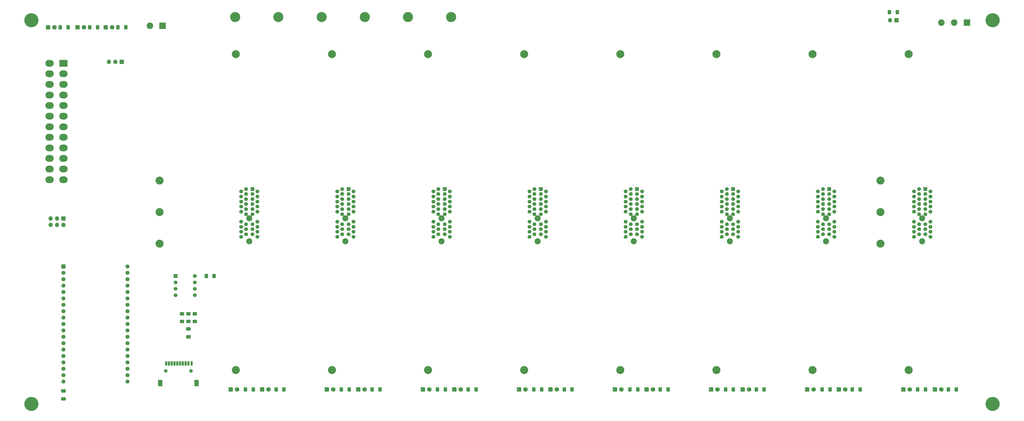
<source format=gbr>
%TF.GenerationSoftware,KiCad,Pcbnew,7.0.7*%
%TF.CreationDate,2024-11-29T17:58:44-06:00*%
%TF.ProjectId,updated_LOAF,75706461-7465-4645-9f4c-4f41462e6b69,rev?*%
%TF.SameCoordinates,PX2faf080PYee6b280*%
%TF.FileFunction,Soldermask,Top*%
%TF.FilePolarity,Negative*%
%FSLAX46Y46*%
G04 Gerber Fmt 4.6, Leading zero omitted, Abs format (unit mm)*
G04 Created by KiCad (PCBNEW 7.0.7) date 2024-11-29 17:58:44*
%MOMM*%
%LPD*%
G01*
G04 APERTURE LIST*
G04 Aperture macros list*
%AMRoundRect*
0 Rectangle with rounded corners*
0 $1 Rounding radius*
0 $2 $3 $4 $5 $6 $7 $8 $9 X,Y pos of 4 corners*
0 Add a 4 corners polygon primitive as box body*
4,1,4,$2,$3,$4,$5,$6,$7,$8,$9,$2,$3,0*
0 Add four circle primitives for the rounded corners*
1,1,$1+$1,$2,$3*
1,1,$1+$1,$4,$5*
1,1,$1+$1,$6,$7*
1,1,$1+$1,$8,$9*
0 Add four rect primitives between the rounded corners*
20,1,$1+$1,$2,$3,$4,$5,0*
20,1,$1+$1,$4,$5,$6,$7,0*
20,1,$1+$1,$6,$7,$8,$9,0*
20,1,$1+$1,$8,$9,$2,$3,0*%
G04 Aperture macros list end*
%ADD10R,1.700000X1.700000*%
%ADD11O,1.700000X1.700000*%
%ADD12R,1.800000X1.800000*%
%ADD13C,1.800000*%
%ADD14C,3.200000*%
%ADD15C,5.600000*%
%ADD16C,4.000000*%
%ADD17RoundRect,0.250000X0.400000X0.625000X-0.400000X0.625000X-0.400000X-0.625000X0.400000X-0.625000X0*%
%ADD18C,2.400000*%
%ADD19RoundRect,0.102000X-0.644000X0.644000X-0.644000X-0.644000X0.644000X-0.644000X0.644000X0.644000X0*%
%ADD20C,1.492000*%
%ADD21RoundRect,0.250001X-1.399999X1.099999X-1.399999X-1.099999X1.399999X-1.099999X1.399999X1.099999X0*%
%ADD22O,3.300000X2.700000*%
%ADD23RoundRect,0.250000X-0.400000X-0.625000X0.400000X-0.625000X0.400000X0.625000X-0.400000X0.625000X0*%
%ADD24RoundRect,0.102000X-0.704000X-0.704000X0.704000X-0.704000X0.704000X0.704000X-0.704000X0.704000X0*%
%ADD25C,1.612000*%
%ADD26RoundRect,0.250000X0.625000X-0.400000X0.625000X0.400000X-0.625000X0.400000X-0.625000X-0.400000X0*%
%ADD27C,1.400000*%
%ADD28RoundRect,0.102000X-0.300000X-0.750000X0.300000X-0.750000X0.300000X0.750000X-0.300000X0.750000X0*%
%ADD29RoundRect,0.102000X-0.750000X-1.170000X0.750000X-1.170000X0.750000X1.170000X-0.750000X1.170000X0*%
%ADD30RoundRect,0.250000X-0.650000X0.412500X-0.650000X-0.412500X0.650000X-0.412500X0.650000X0.412500X0*%
%ADD31R,2.600000X2.600000*%
%ADD32C,2.600000*%
%ADD33RoundRect,0.250000X-0.625000X0.400000X-0.625000X-0.400000X0.625000X-0.400000X0.625000X0.400000X0*%
%ADD34R,1.498600X1.498600*%
%ADD35C,1.498600*%
G04 APERTURE END LIST*
D10*
%TO.C,JP1*%
X311955000Y192850000D03*
D11*
X309415000Y192850000D03*
%TD*%
D12*
%TO.C,D11*%
X136685000Y46165000D03*
D13*
X139225000Y46165000D03*
%TD*%
D14*
%TO.C,H18*%
X240576000Y53912000D03*
%TD*%
D12*
%TO.C,D7*%
X276534426Y46165000D03*
D13*
X279074426Y46165000D03*
%TD*%
D15*
%TO.C,H3*%
X350050000Y40450000D03*
%TD*%
D14*
%TO.C,H20*%
X316776000Y53912000D03*
%TD*%
D16*
%TO.C,TP6*%
X135420000Y194120000D03*
%TD*%
D12*
%TO.C,D15*%
X289085000Y46165000D03*
D13*
X291625000Y46165000D03*
%TD*%
D17*
%TO.C,R21*%
X-16446000Y190056000D03*
X-19546000Y190056000D03*
%TD*%
%TO.C,R5*%
X56960000Y46165000D03*
X53860000Y46165000D03*
%TD*%
D14*
%TO.C,H9*%
X202476000Y179388000D03*
%TD*%
D16*
%TO.C,TP2*%
X66941600Y194120000D03*
%TD*%
D14*
%TO.C,H8*%
X164376000Y179388000D03*
%TD*%
%TO.C,H16*%
X164376000Y53912000D03*
%TD*%
D17*
%TO.C,R20*%
X335598000Y46165000D03*
X332498000Y46165000D03*
%TD*%
D10*
%TO.C,J11*%
X-18265000Y114115000D03*
D11*
X-18265000Y111575000D03*
X-20805000Y114115000D03*
X-20805000Y111575000D03*
X-23345000Y114115000D03*
X-23345000Y111575000D03*
%TD*%
D17*
%TO.C,R17*%
X221404712Y46165000D03*
X218304712Y46165000D03*
%TD*%
D16*
%TO.C,TP5*%
X118300400Y194120000D03*
%TD*%
D17*
%TO.C,R23*%
X6414000Y190056000D03*
X3314000Y190056000D03*
%TD*%
D12*
%TO.C,D16*%
X327185000Y46165000D03*
D13*
X329725000Y46165000D03*
%TD*%
D17*
%TO.C,R22*%
X-4762000Y190056000D03*
X-7862000Y190056000D03*
%TD*%
D18*
%TO.C,J5*%
X169707142Y114177657D03*
X169707142Y105027657D03*
D19*
X170957142Y125827657D03*
D20*
X172957142Y124827657D03*
X170957142Y123827657D03*
X172957142Y122827657D03*
X170957142Y121827657D03*
X172957142Y120827657D03*
X170957142Y119827657D03*
X172957142Y118827657D03*
X170957142Y117827657D03*
X172957142Y116827657D03*
X170957142Y115827657D03*
X172957142Y112827657D03*
X170957142Y111827657D03*
X172957142Y110827657D03*
X170957142Y109827657D03*
X172957142Y108827657D03*
X170957142Y107827657D03*
X172957142Y106827657D03*
X168457142Y125827657D03*
X166457142Y124827657D03*
X168457142Y123827657D03*
X166457142Y122827657D03*
X168457142Y121827657D03*
X166457142Y120827657D03*
X168457142Y119827657D03*
X166457142Y118827657D03*
X168457142Y117827657D03*
X166457142Y116827657D03*
X168457142Y115827657D03*
X166457142Y112827657D03*
X168457142Y111827657D03*
X166457142Y110827657D03*
X168457142Y109827657D03*
X166457142Y108827657D03*
X168457142Y107827657D03*
X166457142Y106827657D03*
%TD*%
D21*
%TO.C,J3*%
X-18250000Y175750000D03*
D22*
X-18250000Y171550000D03*
X-18250000Y167350000D03*
X-18250000Y163150000D03*
X-18250000Y158950000D03*
X-18250000Y154750000D03*
X-18250000Y150550000D03*
X-18250000Y146350000D03*
X-18250000Y142150000D03*
X-18250000Y137950000D03*
X-18250000Y133750000D03*
X-18250000Y129550000D03*
X-23750000Y175750000D03*
X-23750000Y171550000D03*
X-23750000Y167350000D03*
X-23750000Y163150000D03*
X-23750000Y158950000D03*
X-23750000Y154750000D03*
X-23750000Y150550000D03*
X-23750000Y146350000D03*
X-23750000Y142150000D03*
X-23750000Y137950000D03*
X-23750000Y133750000D03*
X-23750000Y129550000D03*
%TD*%
D12*
%TO.C,D14*%
X250985000Y46165000D03*
D13*
X253525000Y46165000D03*
%TD*%
D17*
%TO.C,R15*%
X145275856Y46165000D03*
X142175856Y46165000D03*
%TD*%
D14*
%TO.C,H17*%
X202476000Y53912000D03*
%TD*%
D17*
%TO.C,R13*%
X69147000Y46165000D03*
X66047000Y46165000D03*
%TD*%
D14*
%TO.C,H19*%
X278676000Y53912000D03*
%TD*%
D18*
%TO.C,J2*%
X93495714Y114177657D03*
X93495714Y105027657D03*
D19*
X94745714Y125827657D03*
D20*
X96745714Y124827657D03*
X94745714Y123827657D03*
X96745714Y122827657D03*
X94745714Y121827657D03*
X96745714Y120827657D03*
X94745714Y119827657D03*
X96745714Y118827657D03*
X94745714Y117827657D03*
X96745714Y116827657D03*
X94745714Y115827657D03*
X96745714Y112827657D03*
X94745714Y111827657D03*
X96745714Y110827657D03*
X94745714Y109827657D03*
X96745714Y108827657D03*
X94745714Y107827657D03*
X96745714Y106827657D03*
X92245714Y125827657D03*
X90245714Y124827657D03*
X92245714Y123827657D03*
X90245714Y122827657D03*
X92245714Y121827657D03*
X90245714Y120827657D03*
X92245714Y119827657D03*
X90245714Y118827657D03*
X92245714Y117827657D03*
X90245714Y116827657D03*
X92245714Y115827657D03*
X90245714Y112827657D03*
X92245714Y111827657D03*
X90245714Y110827657D03*
X92245714Y109827657D03*
X90245714Y108827657D03*
X92245714Y107827657D03*
X90245714Y106827657D03*
%TD*%
D12*
%TO.C,D6*%
X238451855Y46165000D03*
D13*
X240991855Y46165000D03*
%TD*%
D18*
%TO.C,J4*%
X131601428Y114177657D03*
X131601428Y105027657D03*
D19*
X132851428Y125827657D03*
D20*
X134851428Y124827657D03*
X132851428Y123827657D03*
X134851428Y122827657D03*
X132851428Y121827657D03*
X134851428Y120827657D03*
X132851428Y119827657D03*
X134851428Y118827657D03*
X132851428Y117827657D03*
X134851428Y116827657D03*
X132851428Y115827657D03*
X134851428Y112827657D03*
X132851428Y111827657D03*
X134851428Y110827657D03*
X132851428Y109827657D03*
X134851428Y108827657D03*
X132851428Y107827657D03*
X134851428Y106827657D03*
X130351428Y125827657D03*
X128351428Y124827657D03*
X130351428Y123827657D03*
X128351428Y122827657D03*
X130351428Y121827657D03*
X128351428Y120827657D03*
X130351428Y119827657D03*
X128351428Y118827657D03*
X130351428Y117827657D03*
X128351428Y116827657D03*
X130351428Y115827657D03*
X128351428Y112827657D03*
X130351428Y111827657D03*
X128351428Y110827657D03*
X130351428Y109827657D03*
X128351428Y108827657D03*
X130351428Y107827657D03*
X128351428Y106827657D03*
%TD*%
D12*
%TO.C,D10*%
X98585000Y46165000D03*
D13*
X101125000Y46165000D03*
%TD*%
D12*
%TO.C,D8*%
X314617000Y46165000D03*
D13*
X317157000Y46165000D03*
%TD*%
D23*
%TO.C,R24*%
X38340000Y91250000D03*
X41440000Y91250000D03*
%TD*%
D24*
%TO.C,U1*%
X-18250000Y95035000D03*
D25*
X-18250000Y92495000D03*
X-18250000Y89955000D03*
X-18250000Y87415000D03*
X-18250000Y84875000D03*
X-18250000Y82335000D03*
X-18250000Y79795000D03*
X-18250000Y77255000D03*
X-18250000Y74715000D03*
X-18250000Y72175000D03*
X-18250000Y69635000D03*
X-18250000Y67095000D03*
X-18250000Y64555000D03*
X-18250000Y62015000D03*
X-18250000Y59475000D03*
X-18250000Y56935000D03*
X-18250000Y54395000D03*
X-18250000Y51855000D03*
X-18250000Y49315000D03*
X7150000Y95035000D03*
X7150000Y92495000D03*
X7150000Y89955000D03*
X7150000Y87415000D03*
X7150000Y84875000D03*
X7150000Y82335000D03*
X7150000Y79795000D03*
X7150000Y77255000D03*
X7150000Y74715000D03*
X7150000Y72175000D03*
X7150000Y69635000D03*
X7150000Y67095000D03*
X7150000Y64555000D03*
X7150000Y62015000D03*
X7150000Y59475000D03*
X7150000Y56935000D03*
X7150000Y54395000D03*
X7150000Y51855000D03*
X7150000Y49315000D03*
%TD*%
D18*
%TO.C,J8*%
X284024284Y114177657D03*
X284024284Y105027657D03*
D19*
X285274284Y125827657D03*
D20*
X287274284Y124827657D03*
X285274284Y123827657D03*
X287274284Y122827657D03*
X285274284Y121827657D03*
X287274284Y120827657D03*
X285274284Y119827657D03*
X287274284Y118827657D03*
X285274284Y117827657D03*
X287274284Y116827657D03*
X285274284Y115827657D03*
X287274284Y112827657D03*
X285274284Y111827657D03*
X287274284Y110827657D03*
X285274284Y109827657D03*
X287274284Y108827657D03*
X285274284Y107827657D03*
X287274284Y106827657D03*
X282774284Y125827657D03*
X280774284Y124827657D03*
X282774284Y123827657D03*
X280774284Y122827657D03*
X282774284Y121827657D03*
X280774284Y120827657D03*
X282774284Y119827657D03*
X280774284Y118827657D03*
X282774284Y117827657D03*
X280774284Y116827657D03*
X282774284Y115827657D03*
X280774284Y112827657D03*
X282774284Y111827657D03*
X280774284Y110827657D03*
X282774284Y109827657D03*
X280774284Y108827657D03*
X282774284Y107827657D03*
X280774284Y106827657D03*
%TD*%
D14*
%TO.C,H13*%
X50076000Y53912000D03*
%TD*%
D26*
%TO.C,R3*%
X31280000Y73190000D03*
X31280000Y76290000D03*
%TD*%
D14*
%TO.C,H12*%
X316776000Y179388000D03*
%TD*%
D12*
%TO.C,D18*%
X-12667000Y190056000D03*
D13*
X-10127000Y190056000D03*
%TD*%
D27*
%TO.C,J14*%
X22285000Y53555000D03*
X32285000Y53555000D03*
D28*
X32535000Y56505000D03*
D29*
X20115000Y48705000D03*
X34455000Y48705000D03*
D28*
X30185000Y56505000D03*
X29085000Y56505000D03*
X27985000Y56505000D03*
X26885000Y56505000D03*
X25785000Y56505000D03*
X24685000Y56505000D03*
X23585000Y56505000D03*
X22485000Y56505000D03*
X31285000Y56505000D03*
%TD*%
D17*
%TO.C,R14*%
X107211428Y46165000D03*
X104111428Y46165000D03*
%TD*%
D15*
%TO.C,H1*%
X-30950000Y192850000D03*
%TD*%
D14*
%TO.C,H15*%
X126276000Y53912000D03*
%TD*%
%TO.C,DRA2*%
X19850000Y104150000D03*
X19850000Y116650000D03*
X19850000Y129150000D03*
%TD*%
D15*
%TO.C,H4*%
X-30950000Y40450000D03*
%TD*%
D12*
%TO.C,D13*%
X212885000Y46165000D03*
D13*
X215425000Y46165000D03*
%TD*%
D12*
%TO.C,D2*%
X86121571Y46165000D03*
D13*
X88661571Y46165000D03*
%TD*%
D14*
%TO.C,H14*%
X88176000Y53912000D03*
%TD*%
D17*
%TO.C,R19*%
X297533568Y46165000D03*
X294433568Y46165000D03*
%TD*%
D14*
%TO.C,H10*%
X240576000Y179388000D03*
%TD*%
%TO.C,DRA1*%
X305600000Y104150000D03*
X305600000Y116650000D03*
X305600000Y129150000D03*
%TD*%
D30*
%TO.C,C1*%
X31280000Y70245000D03*
X31280000Y67120000D03*
%TD*%
D31*
%TO.C,J9*%
X21040000Y190615000D03*
D32*
X16040000Y190615000D03*
%TD*%
D17*
%TO.C,R8*%
X171260000Y46165000D03*
X168160000Y46165000D03*
%TD*%
D15*
%TO.C,H2*%
X350050000Y192850000D03*
%TD*%
D33*
%TO.C,R4*%
X33820000Y76290000D03*
X33820000Y73190000D03*
%TD*%
D17*
%TO.C,R16*%
X183340284Y46165000D03*
X180240284Y46165000D03*
%TD*%
%TO.C,R6*%
X95020000Y46165000D03*
X91920000Y46165000D03*
%TD*%
D12*
%TO.C,D17*%
X-24351000Y190056000D03*
D13*
X-21811000Y190056000D03*
%TD*%
D30*
%TO.C,C2*%
X-18250000Y45568500D03*
X-18250000Y42443500D03*
%TD*%
D34*
%TO.C,U2*%
X26200000Y91250000D03*
D35*
X26200000Y88710000D03*
X26200000Y86170000D03*
X26200000Y83630000D03*
X33820000Y83630000D03*
X33820000Y86170000D03*
X33820000Y88710000D03*
X33820000Y91250000D03*
%TD*%
D18*
%TO.C,J6*%
X207812856Y114177657D03*
X207812856Y105027657D03*
D19*
X209062856Y125827657D03*
D20*
X211062856Y124827657D03*
X209062856Y123827657D03*
X211062856Y122827657D03*
X209062856Y121827657D03*
X211062856Y120827657D03*
X209062856Y119827657D03*
X211062856Y118827657D03*
X209062856Y117827657D03*
X211062856Y116827657D03*
X209062856Y115827657D03*
X211062856Y112827657D03*
X209062856Y111827657D03*
X211062856Y110827657D03*
X209062856Y109827657D03*
X211062856Y108827657D03*
X209062856Y107827657D03*
X211062856Y106827657D03*
X206562856Y125827657D03*
X204562856Y124827657D03*
X206562856Y123827657D03*
X204562856Y122827657D03*
X206562856Y121827657D03*
X204562856Y120827657D03*
X206562856Y119827657D03*
X204562856Y118827657D03*
X206562856Y117827657D03*
X204562856Y116827657D03*
X206562856Y115827657D03*
X204562856Y112827657D03*
X206562856Y111827657D03*
X204562856Y110827657D03*
X206562856Y109827657D03*
X204562856Y108827657D03*
X206562856Y107827657D03*
X204562856Y106827657D03*
%TD*%
D12*
%TO.C,D19*%
X-1491000Y190056000D03*
D13*
X1049000Y190056000D03*
%TD*%
D17*
%TO.C,R18*%
X259469140Y46165000D03*
X256369140Y46165000D03*
%TD*%
D16*
%TO.C,TP3*%
X84061200Y194120000D03*
%TD*%
D17*
%TO.C,R10*%
X247260000Y46165000D03*
X244160000Y46165000D03*
%TD*%
%TO.C,R2*%
X312230000Y196025000D03*
X309130000Y196025000D03*
%TD*%
D14*
%TO.C,H7*%
X126276000Y179388000D03*
%TD*%
%TO.C,H6*%
X88176000Y179388000D03*
%TD*%
D17*
%TO.C,R11*%
X285560000Y46165000D03*
X282460000Y46165000D03*
%TD*%
D31*
%TO.C,J12*%
X339895000Y191885000D03*
D32*
X334815000Y191885000D03*
X329735000Y191885000D03*
%TD*%
D33*
%TO.C,R1*%
X28740000Y76290000D03*
X28740000Y73190000D03*
%TD*%
D12*
%TO.C,D4*%
X162286713Y46165000D03*
D13*
X164826713Y46165000D03*
%TD*%
D12*
%TO.C,D5*%
X200369284Y46165000D03*
D13*
X202909284Y46165000D03*
%TD*%
D18*
%TO.C,J1*%
X55390000Y114177657D03*
X55390000Y105027657D03*
D19*
X56640000Y125827657D03*
D20*
X58640000Y124827657D03*
X56640000Y123827657D03*
X58640000Y122827657D03*
X56640000Y121827657D03*
X58640000Y120827657D03*
X56640000Y119827657D03*
X58640000Y118827657D03*
X56640000Y117827657D03*
X58640000Y116827657D03*
X56640000Y115827657D03*
X58640000Y112827657D03*
X56640000Y111827657D03*
X58640000Y110827657D03*
X56640000Y109827657D03*
X58640000Y108827657D03*
X56640000Y107827657D03*
X58640000Y106827657D03*
X54140000Y125827657D03*
X52140000Y124827657D03*
X54140000Y123827657D03*
X52140000Y122827657D03*
X54140000Y121827657D03*
X52140000Y120827657D03*
X54140000Y119827657D03*
X52140000Y118827657D03*
X54140000Y117827657D03*
X52140000Y116827657D03*
X54140000Y115827657D03*
X52140000Y112827657D03*
X54140000Y111827657D03*
X52140000Y110827657D03*
X54140000Y109827657D03*
X52140000Y108827657D03*
X54140000Y107827657D03*
X52140000Y106827657D03*
%TD*%
D12*
%TO.C,D3*%
X124204142Y46165000D03*
D13*
X126744142Y46165000D03*
%TD*%
D17*
%TO.C,R12*%
X323406000Y46165000D03*
X320306000Y46165000D03*
%TD*%
D12*
%TO.C,D12*%
X174785000Y46165000D03*
D13*
X177325000Y46165000D03*
%TD*%
D12*
%TO.C,D1*%
X48039000Y46165000D03*
D13*
X50579000Y46165000D03*
%TD*%
D12*
%TO.C,D9*%
X60485000Y46165000D03*
D13*
X63025000Y46165000D03*
%TD*%
D14*
%TO.C,H11*%
X278676000Y179388000D03*
%TD*%
D10*
%TO.C,JP2*%
X4864000Y176340000D03*
D11*
X2324000Y176340000D03*
X-216000Y176340000D03*
%TD*%
D16*
%TO.C,TP4*%
X101180800Y194120000D03*
%TD*%
D17*
%TO.C,R7*%
X133080000Y46165000D03*
X129980000Y46165000D03*
%TD*%
%TO.C,R9*%
X209360000Y46165000D03*
X206260000Y46165000D03*
%TD*%
D18*
%TO.C,J7*%
X245918570Y114177657D03*
X245918570Y105027657D03*
D19*
X247168570Y125827657D03*
D20*
X249168570Y124827657D03*
X247168570Y123827657D03*
X249168570Y122827657D03*
X247168570Y121827657D03*
X249168570Y120827657D03*
X247168570Y119827657D03*
X249168570Y118827657D03*
X247168570Y117827657D03*
X249168570Y116827657D03*
X247168570Y115827657D03*
X249168570Y112827657D03*
X247168570Y111827657D03*
X249168570Y110827657D03*
X247168570Y109827657D03*
X249168570Y108827657D03*
X247168570Y107827657D03*
X249168570Y106827657D03*
X244668570Y125827657D03*
X242668570Y124827657D03*
X244668570Y123827657D03*
X242668570Y122827657D03*
X244668570Y121827657D03*
X242668570Y120827657D03*
X244668570Y119827657D03*
X242668570Y118827657D03*
X244668570Y117827657D03*
X242668570Y116827657D03*
X244668570Y115827657D03*
X242668570Y112827657D03*
X244668570Y111827657D03*
X242668570Y110827657D03*
X244668570Y109827657D03*
X242668570Y108827657D03*
X244668570Y107827657D03*
X242668570Y106827657D03*
%TD*%
D18*
%TO.C,J10*%
X322130000Y114177657D03*
X322130000Y105027657D03*
D19*
X323380000Y125827657D03*
D20*
X325380000Y124827657D03*
X323380000Y123827657D03*
X325380000Y122827657D03*
X323380000Y121827657D03*
X325380000Y120827657D03*
X323380000Y119827657D03*
X325380000Y118827657D03*
X323380000Y117827657D03*
X325380000Y116827657D03*
X323380000Y115827657D03*
X325380000Y112827657D03*
X323380000Y111827657D03*
X325380000Y110827657D03*
X323380000Y109827657D03*
X325380000Y108827657D03*
X323380000Y107827657D03*
X325380000Y106827657D03*
X320880000Y125827657D03*
X318880000Y124827657D03*
X320880000Y123827657D03*
X318880000Y122827657D03*
X320880000Y121827657D03*
X318880000Y120827657D03*
X320880000Y119827657D03*
X318880000Y118827657D03*
X320880000Y117827657D03*
X318880000Y116827657D03*
X320880000Y115827657D03*
X318880000Y112827657D03*
X320880000Y111827657D03*
X318880000Y110827657D03*
X320880000Y109827657D03*
X318880000Y108827657D03*
X320880000Y107827657D03*
X318880000Y106827657D03*
%TD*%
D14*
%TO.C,H5*%
X50076000Y179388000D03*
%TD*%
D16*
%TO.C,TP1*%
X49822000Y194120000D03*
%TD*%
M02*

</source>
